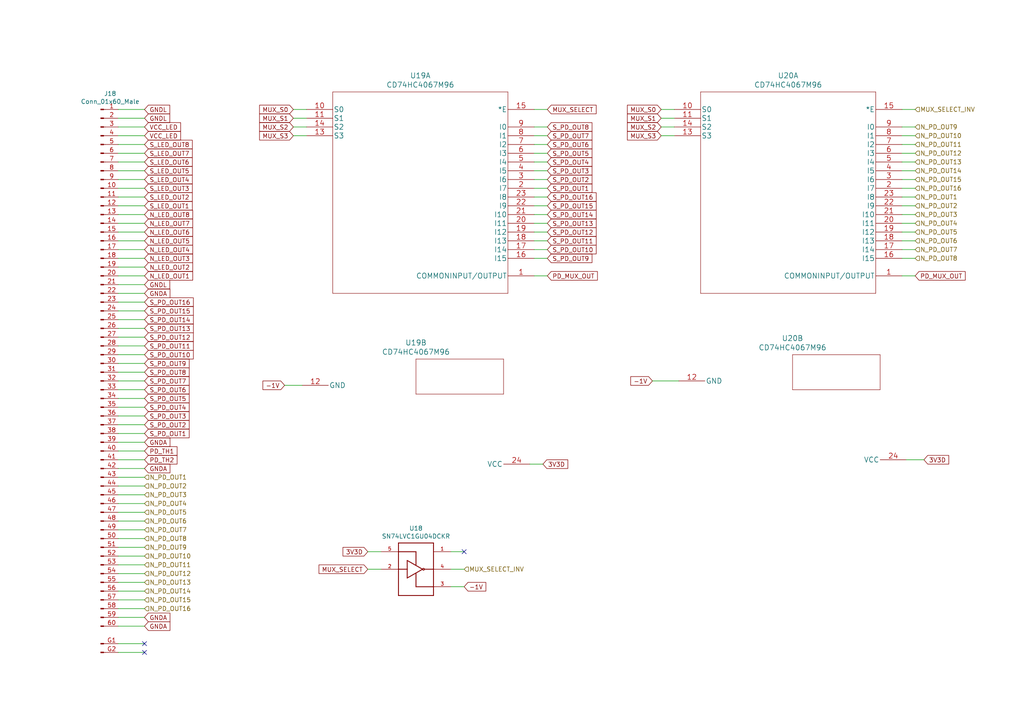
<source format=kicad_sch>
(kicad_sch (version 20211123) (generator eeschema)
  (paper "A4")
  (lib_symbols
    (symbol "Ninja-qPCR:CD74HC4067M96" (pin_names (offset 0.254))
      (property "Reference" "U" (at 33.02 10.16 0))
      (property "Value" "Ninja-qPCR_CD74HC4067M96" (at 33.02 7.62 0))
      (symbol "CD74HC4067M96_1_1"
        (polyline (pts (xy 7.62 -53.34) (xy 58.42 -53.34)) (stroke (width 0.127)))
        (polyline (pts (xy 7.62 5.08) (xy 7.62 -53.34)) (stroke (width 0.127)))
        (polyline (pts (xy 58.42 -53.34) (xy 58.42 5.08)) (stroke (width 0.127)))
        (polyline (pts (xy 58.42 5.08) (xy 7.62 5.08)) (stroke (width 0.127)))
        (pin bidirectional line (at 0 -48.26 0) (length 7.62) (name "COMMONINPUT/OUTPUT") (number "1"))
        (pin output line (at 66.04 0 180) (length 7.62) (name "S0") (number "10"))
        (pin output line (at 66.04 -2.54 180) (length 7.62) (name "S1") (number "11"))
        (pin output line (at 66.04 -7.62 180) (length 7.62) (name "S3") (number "13"))
        (pin output line (at 66.04 -5.08 180) (length 7.62) (name "S2") (number "14"))
        (pin input line (at 0 0 0) (length 7.62) (name "*E") (number "15"))
        (pin input line (at 0 -43.18 0) (length 7.62) (name "I15") (number "16"))
        (pin input line (at 0 -40.64 0) (length 7.62) (name "I14") (number "17"))
        (pin input line (at 0 -38.1 0) (length 7.62) (name "I13") (number "18"))
        (pin input line (at 0 -35.56 0) (length 7.62) (name "I12") (number "19"))
        (pin input line (at 0 -22.86 0) (length 7.62) (name "I7") (number "2"))
        (pin input line (at 0 -33.02 0) (length 7.62) (name "I11") (number "20"))
        (pin input line (at 0 -30.48 0) (length 7.62) (name "I10") (number "21"))
        (pin input line (at 0 -27.94 0) (length 7.62) (name "I9") (number "22"))
        (pin input line (at 0 -25.4 0) (length 7.62) (name "I8") (number "23"))
        (pin input line (at 0 -20.32 0) (length 7.62) (name "I6") (number "3"))
        (pin input line (at 0 -17.78 0) (length 7.62) (name "I5") (number "4"))
        (pin input line (at 0 -15.24 0) (length 7.62) (name "I4") (number "5"))
        (pin input line (at 0 -12.7 0) (length 7.62) (name "I3") (number "6"))
        (pin input line (at 0 -10.16 0) (length 7.62) (name "I2") (number "7"))
        (pin input line (at 0 -7.62 0) (length 7.62) (name "I1") (number "8"))
        (pin input line (at 0 -5.08 0) (length 7.62) (name "I0") (number "9"))
      )
      (symbol "CD74HC4067M96_2_1"
        (polyline (pts (xy 7.62 -5.08) (xy 33.02 -5.08)) (stroke (width 0.127)))
        (polyline (pts (xy 7.62 5.08) (xy 7.62 -5.08)) (stroke (width 0.127)))
        (polyline (pts (xy 33.02 -5.08) (xy 33.02 5.08)) (stroke (width 0.127)))
        (polyline (pts (xy 33.02 5.08) (xy 7.62 5.08)) (stroke (width 0.127)))
        (pin power_in line (at 66.04 -2.54 180) (length 7.62) (name "GND") (number "12"))
        (pin power_in line (at 0 -25.4 0) (length 7.62) (name "VCC") (number "24"))
      )
    )
    (symbol "Ninja-qPCR:Conn_01x60_Male" (pin_names (offset 1.016) hide)
      (property "Reference" "J" (at 0 50.8 0))
      (property "Value" "Ninja-qPCR_Conn_01x60_Male" (at 1.27 -113.03 0))
      (symbol "Conn_01x60_Male_1_1"
        (polyline (pts (xy 1.27 -109.22) (xy 0.8636 -109.22)) (stroke (width 0.1524)))
        (polyline (pts (xy 1.27 -106.68) (xy 0.8636 -106.68)) (stroke (width 0.1524)))
        (polyline (pts (xy 1.27 -101.6) (xy 0.8636 -101.6)) (stroke (width 0.1524)))
        (polyline (pts (xy 1.27 -99.06) (xy 0.8636 -99.06)) (stroke (width 0.1524)))
        (polyline (pts (xy 1.27 -96.52) (xy 0.8636 -96.52)) (stroke (width 0.1524)))
        (polyline (pts (xy 1.27 -93.98) (xy 0.8636 -93.98)) (stroke (width 0.1524)))
        (polyline (pts (xy 1.27 -91.44) (xy 0.8636 -91.44)) (stroke (width 0.1524)))
        (polyline (pts (xy 1.27 -88.9) (xy 0.8636 -88.9)) (stroke (width 0.1524)))
        (polyline (pts (xy 1.27 -86.36) (xy 0.8636 -86.36)) (stroke (width 0.1524)))
        (polyline (pts (xy 1.27 -83.82) (xy 0.8636 -83.82)) (stroke (width 0.1524)))
        (polyline (pts (xy 1.27 -81.28) (xy 0.8636 -81.28)) (stroke (width 0.1524)))
        (polyline (pts (xy 1.27 -78.74) (xy 0.8636 -78.74)) (stroke (width 0.1524)))
        (polyline (pts (xy 1.27 -76.2) (xy 0.8636 -76.2)) (stroke (width 0.1524)))
        (polyline (pts (xy 1.27 -73.66) (xy 0.8636 -73.66)) (stroke (width 0.1524)))
        (polyline (pts (xy 1.27 -71.12) (xy 0.8636 -71.12)) (stroke (width 0.1524)))
        (polyline (pts (xy 1.27 -68.58) (xy 0.8636 -68.58)) (stroke (width 0.1524)))
        (polyline (pts (xy 1.27 -66.04) (xy 0.8636 -66.04)) (stroke (width 0.1524)))
        (polyline (pts (xy 1.27 -63.5) (xy 0.8636 -63.5)) (stroke (width 0.1524)))
        (polyline (pts (xy 1.27 -60.96) (xy 0.8636 -60.96)) (stroke (width 0.1524)))
        (polyline (pts (xy 1.27 -58.42) (xy 0.8636 -58.42)) (stroke (width 0.1524)))
        (polyline (pts (xy 1.27 -55.88) (xy 0.8636 -55.88)) (stroke (width 0.1524)))
        (polyline (pts (xy 1.27 -53.34) (xy 0.8636 -53.34)) (stroke (width 0.1524)))
        (polyline (pts (xy 1.27 -50.8) (xy 0.8636 -50.8)) (stroke (width 0.1524)))
        (polyline (pts (xy 1.27 -48.26) (xy 0.8636 -48.26)) (stroke (width 0.1524)))
        (polyline (pts (xy 1.27 -45.72) (xy 0.8636 -45.72)) (stroke (width 0.1524)))
        (polyline (pts (xy 1.27 -43.18) (xy 0.8636 -43.18)) (stroke (width 0.1524)))
        (polyline (pts (xy 1.27 -40.64) (xy 0.8636 -40.64)) (stroke (width 0.1524)))
        (polyline (pts (xy 1.27 -38.1) (xy 0.8636 -38.1)) (stroke (width 0.1524)))
        (polyline (pts (xy 1.27 -35.56) (xy 0.8636 -35.56)) (stroke (width 0.1524)))
        (polyline (pts (xy 1.27 -33.02) (xy 0.8636 -33.02)) (stroke (width 0.1524)))
        (polyline (pts (xy 1.27 -30.48) (xy 0.8636 -30.48)) (stroke (width 0.1524)))
        (polyline (pts (xy 1.27 -27.94) (xy 0.8636 -27.94)) (stroke (width 0.1524)))
        (polyline (pts (xy 1.27 -25.4) (xy 0.8636 -25.4)) (stroke (width 0.1524)))
        (polyline (pts (xy 1.27 -22.86) (xy 0.8636 -22.86)) (stroke (width 0.1524)))
        (polyline (pts (xy 1.27 -20.32) (xy 0.8636 -20.32)) (stroke (width 0.1524)))
        (polyline (pts (xy 1.27 -17.78) (xy 0.8636 -17.78)) (stroke (width 0.1524)))
        (polyline (pts (xy 1.27 -15.24) (xy 0.8636 -15.24)) (stroke (width 0.1524)))
        (polyline (pts (xy 1.27 -12.7) (xy 0.8636 -12.7)) (stroke (width 0.1524)))
        (polyline (pts (xy 1.27 -10.16) (xy 0.8636 -10.16)) (stroke (width 0.1524)))
        (polyline (pts (xy 1.27 -7.62) (xy 0.8636 -7.62)) (stroke (width 0.1524)))
        (polyline (pts (xy 1.27 -5.08) (xy 0.8636 -5.08)) (stroke (width 0.1524)))
        (polyline (pts (xy 1.27 -2.54) (xy 0.8636 -2.54)) (stroke (width 0.1524)))
        (polyline (pts (xy 1.27 0) (xy 0.8636 0)) (stroke (width 0.1524)))
        (polyline (pts (xy 1.27 2.54) (xy 0.8636 2.54)) (stroke (width 0.1524)))
        (polyline (pts (xy 1.27 5.08) (xy 0.8636 5.08)) (stroke (width 0.1524)))
        (polyline (pts (xy 1.27 7.62) (xy 0.8636 7.62)) (stroke (width 0.1524)))
        (polyline (pts (xy 1.27 10.16) (xy 0.8636 10.16)) (stroke (width 0.1524)))
        (polyline (pts (xy 1.27 12.7) (xy 0.8636 12.7)) (stroke (width 0.1524)))
        (polyline (pts (xy 1.27 15.24) (xy 0.8636 15.24)) (stroke (width 0.1524)))
        (polyline (pts (xy 1.27 17.78) (xy 0.8636 17.78)) (stroke (width 0.1524)))
        (polyline (pts (xy 1.27 20.32) (xy 0.8636 20.32)) (stroke (width 0.1524)))
        (polyline (pts (xy 1.27 22.86) (xy 0.8636 22.86)) (stroke (width 0.1524)))
        (polyline (pts (xy 1.27 25.4) (xy 0.8636 25.4)) (stroke (width 0.1524)))
        (polyline (pts (xy 1.27 27.94) (xy 0.8636 27.94)) (stroke (width 0.1524)))
        (polyline (pts (xy 1.27 30.48) (xy 0.8636 30.48)) (stroke (width 0.1524)))
        (polyline (pts (xy 1.27 33.02) (xy 0.8636 33.02)) (stroke (width 0.1524)))
        (polyline (pts (xy 1.27 35.56) (xy 0.8636 35.56)) (stroke (width 0.1524)))
        (polyline (pts (xy 1.27 38.1) (xy 0.8636 38.1)) (stroke (width 0.1524)))
        (polyline (pts (xy 1.27 40.64) (xy 0.8636 40.64)) (stroke (width 0.1524)))
        (polyline (pts (xy 1.27 43.18) (xy 0.8636 43.18)) (stroke (width 0.1524)))
        (polyline (pts (xy 1.27 45.72) (xy 0.8636 45.72)) (stroke (width 0.1524)))
        (polyline (pts (xy 1.27 48.26) (xy 0.8636 48.26)) (stroke (width 0.1524)))
        (rectangle (start 0.8636 -109.093) (end 0 -109.347) (stroke (width 0.1524)) (fill (type outline)))
        (rectangle (start 0.8636 -106.553) (end 0 -106.807) (stroke (width 0.1524)) (fill (type outline)))
        (rectangle (start 0.8636 -101.473) (end 0 -101.727) (stroke (width 0.1524)) (fill (type outline)))
        (rectangle (start 0.8636 -98.933) (end 0 -99.187) (stroke (width 0.1524)) (fill (type outline)))
        (rectangle (start 0.8636 -96.393) (end 0 -96.647) (stroke (width 0.1524)) (fill (type outline)))
        (rectangle (start 0.8636 -93.853) (end 0 -94.107) (stroke (width 0.1524)) (fill (type outline)))
        (rectangle (start 0.8636 -91.313) (end 0 -91.567) (stroke (width 0.1524)) (fill (type outline)))
        (rectangle (start 0.8636 -88.773) (end 0 -89.027) (stroke (width 0.1524)) (fill (type outline)))
        (rectangle (start 0.8636 -86.233) (end 0 -86.487) (stroke (width 0.1524)) (fill (type outline)))
        (rectangle (start 0.8636 -83.693) (end 0 -83.947) (stroke (width 0.1524)) (fill (type outline)))
        (rectangle (start 0.8636 -81.153) (end 0 -81.407) (stroke (width 0.1524)) (fill (type outline)))
        (rectangle (start 0.8636 -78.613) (end 0 -78.867) (stroke (width 0.1524)) (fill (type outline)))
        (rectangle (start 0.8636 -76.073) (end 0 -76.327) (stroke (width 0.1524)) (fill (type outline)))
        (rectangle (start 0.8636 -73.533) (end 0 -73.787) (stroke (width 0.1524)) (fill (type outline)))
        (rectangle (start 0.8636 -70.993) (end 0 -71.247) (stroke (width 0.1524)) (fill (type outline)))
        (rectangle (start 0.8636 -68.453) (end 0 -68.707) (stroke (width 0.1524)) (fill (type outline)))
        (rectangle (start 0.8636 -65.913) (end 0 -66.167) (stroke (width 0.1524)) (fill (type outline)))
        (rectangle (start 0.8636 -63.373) (end 0 -63.627) (stroke (width 0.1524)) (fill (type outline)))
        (rectangle (start 0.8636 -60.833) (end 0 -61.087) (stroke (width 0.1524)) (fill (type outline)))
        (rectangle (start 0.8636 -58.293) (end 0 -58.547) (stroke (width 0.1524)) (fill (type outline)))
        (rectangle (start 0.8636 -55.753) (end 0 -56.007) (stroke (width 0.1524)) (fill (type outline)))
        (rectangle (start 0.8636 -53.213) (end 0 -53.467) (stroke (width 0.1524)) (fill (type outline)))
        (rectangle (start 0.8636 -50.673) (end 0 -50.927) (stroke (width 0.1524)) (fill (type outline)))
        (rectangle (start 0.8636 -48.133) (end 0 -48.387) (stroke (width 0.1524)) (fill (type outline)))
        (rectangle (start 0.8636 -45.593) (end 0 -45.847) (stroke (width 0.1524)) (fill (type outline)))
        (rectangle (start 0.8636 -43.053) (end 0 -43.307) (stroke (width 0.1524)) (fill (type outline)))
        (rectangle (start 0.8636 -40.513) (end 0 -40.767) (stroke (width 0.1524)) (fill (type outline)))
        (rectangle (start 0.8636 -37.973) (end 0 -38.227) (stroke (width 0.1524)) (fill (type outline)))
        (rectangle (start 0.8636 -35.433) (end 0 -35.687) (stroke (width 0.1524)) (fill (type outline)))
        (rectangle (start 0.8636 -32.893) (end 0 -33.147) (stroke (width 0.1524)) (fill (type outline)))
        (rectangle (start 0.8636 -30.353) (end 0 -30.607) (stroke (width 0.1524)) (fill (type outline)))
        (rectangle (start 0.8636 -27.813) (end 0 -28.067) (stroke (width 0.1524)) (fill (type outline)))
        (rectangle (start 0.8636 -25.273) (end 0 -25.527) (stroke (width 0.1524)) (fill (type outline)))
        (rectangle (start 0.8636 -22.733) (end 0 -22.987) (stroke (width 0.1524)) (fill (type outline)))
        (rectangle (start 0.8636 -20.193) (end 0 -20.447) (stroke (width 0.1524)) (fill (type outline)))
        (rectangle (start 0.8636 -17.653) (end 0 -17.907) (stroke (width 0.1524)) (fill (type outline)))
        (rectangle (start 0.8636 -15.113) (end 0 -15.367) (stroke (width 0.1524)) (fill (type outline)))
        (rectangle (start 0.8636 -12.573) (end 0 -12.827) (stroke (width 0.1524)) (fill (type outline)))
        (rectangle (start 0.8636 -10.033) (end 0 -10.287) (stroke (width 0.1524)) (fill (type outline)))
        (rectangle (start 0.8636 -7.493) (end 0 -7.747) (stroke (width 0.1524)) (fill (type outline)))
        (rectangle (start 0.8636 -4.953) (end 0 -5.207) (stroke (width 0.1524)) (fill (type outline)))
        (rectangle (start 0.8636 -2.413) (end 0 -2.667) (stroke (width 0.1524)) (fill (type outline)))
        (rectangle (start 0.8636 0.127) (end 0 -0.127) (stroke (width 0.1524)) (fill (type outline)))
        (rectangle (start 0.8636 2.667) (end 0 2.413) (stroke (width 0.1524)) (fill (type outline)))
        (rectangle (start 0.8636 5.207) (end 0 4.953) (stroke (width 0.1524)) (fill (type outline)))
        (rectangle (start 0.8636 7.747) (end 0 7.493) (stroke (width 0.1524)) (fill (type outline)))
        (rectangle (start 0.8636 10.287) (end 0 10.033) (stroke (width 0.1524)) (fill (type outline)))
        (rectangle (start 0.8636 12.827) (end 0 12.573) (stroke (width 0.1524)) (fill (type outline)))
        (rectangle (start 0.8636 15.367) (end 0 15.113) (stroke (width 0.1524)) (fill (type outline)))
        (rectangle (start 0.8636 17.907) (end 0 17.653) (stroke (width 0.1524)) (fill (type outline)))
        (rectangle (start 0.8636 20.447) (end 0 20.193) (stroke (width 0.1524)) (fill (type outline)))
        (rectangle (start 0.8636 22.987) (end 0 22.733) (stroke (width 0.1524)) (fill (type outline)))
        (rectangle (start 0.8636 25.527) (end 0 25.273) (stroke (width 0.1524)) (fill (type outline)))
        (rectangle (start 0.8636 28.067) (end 0 27.813) (stroke (width 0.1524)) (fill (type outline)))
        (rectangle (start 0.8636 30.607) (end 0 30.353) (stroke (width 0.1524)) (fill (type outline)))
        (rectangle (start 0.8636 33.147) (end 0 32.893) (stroke (width 0.1524)) (fill (type outline)))
        (rectangle (start 0.8636 35.687) (end 0 35.433) (stroke (width 0.1524)) (fill (type outline)))
        (rectangle (start 0.8636 38.227) (end 0 37.973) (stroke (width 0.1524)) (fill (type outline)))
        (rectangle (start 0.8636 40.767) (end 0 40.513) (stroke (width 0.1524)) (fill (type outline)))
        (rectangle (start 0.8636 43.307) (end 0 43.053) (stroke (width 0.1524)) (fill (type outline)))
        (rectangle (start 0.8636 45.847) (end 0 45.593) (stroke (width 0.1524)) (fill (type outline)))
        (rectangle (start 0.8636 48.387) (end 0 48.133) (stroke (width 0.1524)) (fill (type outline)))
        (pin passive line (at 5.08 48.26 180) (length 3.81) (name "Pin_1") (number "1"))
        (pin passive line (at 5.08 25.4 180) (length 3.81) (name "Pin_10") (number "10"))
        (pin passive line (at 5.08 22.86 180) (length 3.81) (name "Pin_11") (number "11"))
        (pin passive line (at 5.08 20.32 180) (length 3.81) (name "Pin_12") (number "12"))
        (pin passive line (at 5.08 17.78 180) (length 3.81) (name "Pin_13") (number "13"))
        (pin passive line (at 5.08 15.24 180) (length 3.81) (name "Pin_14") (number "14"))
        (pin passive line (at 5.08 12.7 180) (length 3.81) (name "Pin_15") (number "15"))
        (pin passive line (at 5.08 10.16 180) (length 3.81) (name "Pin_16") (number "16"))
        (pin passive line (at 5.08 7.62 180) (length 3.81) (name "Pin_17") (number "17"))
        (pin passive line (at 5.08 5.08 180) (length 3.81) (name "Pin_18") (number "18"))
        (pin passive line (at 5.08 2.54 180) (length 3.81) (name "Pin_19") (number "19"))
        (pin passive line (at 5.08 45.72 180) (length 3.81) (name "Pin_2") (number "2"))
        (pin passive line (at 5.08 0 180) (length 3.81) (name "Pin_20") (number "20"))
        (pin passive line (at 5.08 -2.54 180) (length 3.81) (name "Pin_21") (number "21"))
        (pin passive line (at 5.08 -5.08 180) (length 3.81) (name "Pin_22") (number "22"))
        (pin passive line (at 5.08 -7.62 180) (length 3.81) (name "Pin_23") (number "23"))
        (pin passive line (at 5.08 -10.16 180) (length 3.81) (name "Pin_24") (number "24"))
        (pin passive line (at 5.08 -12.7 180) (length 3.81) (name "Pin_25") (number "25"))
        (pin passive line (at 5.08 -15.24 180) (length 3.81) (name "Pin_26") (number "26"))
        (pin passive line (at 5.08 -17.78 180) (length 3.81) (name "Pin_27") (number "27"))
        (pin passive line (at 5.08 -20.32 180) (length 3.81) (name "Pin_28") (number "28"))
        (pin passive line (at 5.08 -22.86 180) (length 3.81) (name "Pin_29") (number "29"))
        (pin passive line (at 5.08 43.18 180) (length 3.81) (name "Pin_3") (number "3"))
        (pin passive line (at 5.08 -25.4 180) (length 3.81) (name "Pin_30") (number "30"))
        (pin passive line (at 5.08 -27.94 180) (length 3.81) (name "Pin_31") (number "31"))
        (pin passive line (at 5.08 -30.48 180) (length 3.81) (name "Pin_32") (number "32"))
        (pin passive line (at 5.08 -33.02 180) (length 3.81) (name "Pin_33") (number "33"))
        (pin passive line (at 5.08 -35.56 180) (length 3.81) (name "Pin_34") (number "34"))
        (pin passive line (at 5.08 -38.1 180) (length 3.81) (name "Pin_35") (number "35"))
        (pin passive line (at 5.08 -40.64 180) (length 3.81) (name "Pin_36") (number "36"))
        (pin passive line (at 5.08 -43.18 180) (length 3.81) (name "Pin_37") (number "37"))
        (pin passive line (at 5.08 -45.72 180) (length 3.81) (name "Pin_38") (number "38"))
        (pin passive line (at 5.08 -48.26 180) (length 3.81) (name "Pin_39") (number "39"))
        (pin passive line (at 5.08 40.64 180) (length 3.81) (name "Pin_4") (number "4"))
        (pin passive line (at 5.08 -50.8 180) (length 3.81) (name "Pin_40") (number "40"))
        (pin passive line (at 5.08 -53.34 180) (length 3.81) (name "Pin_41") (number "41"))
        (pin passive line (at 5.08 -55.88 180) (length 3.81) (name "Pin_42") (number "42"))
        (pin passive line (at 5.08 -58.42 180) (length 3.81) (name "Pin_43") (number "43"))
        (pin passive line (at 5.08 -60.96 180) (length 3.81) (name "Pin_44") (number "44"))
        (pin passive line (at 5.08 -63.5 180) (length 3.81) (name "Pin_45") (number "45"))
        (pin passive line (at 5.08 -66.04 180) (length 3.81) (name "Pin_46") (number "46"))
        (pin passive line (at 5.08 -68.58 180) (length 3.81) (name "Pin_47") (number "47"))
        (pin passive line (at 5.08 -71.12 180) (length 3.81) (name "Pin_48") (number "48"))
        (pin passive line (at 5.08 -73.66 180) (length 3.81) (name "Pin_49") (number "49"))
        (pin passive line (at 5.08 38.1 180) (length 3.81) (name "Pin_5") (number "5"))
        (pin passive line (at 5.08 -76.2 180) (length 3.81) (name "Pin_50") (number "50"))
        (pin passive line (at 5.08 -78.74 180) (length 3.81) (name "Pin_51") (number "51"))
        (pin passive line (at 5.08 -81.28 180) (length 3.81) (name "Pin_52") (number "52"))
        (pin passive line (at 5.08 -83.82 180) (length 3.81) (name "Pin_53") (number "53"))
        (pin passive line (at 5.08 -86.36 180) (length 3.81) (name "Pin_54") (number "54"))
        (pin passive line (at 5.08 -88.9 180) (length 3.81) (name "Pin_55") (number "55"))
        (pin passive line (at 5.08 -91.44 180) (length 3.81) (name "Pin_56") (number "56"))
        (pin passive line (at 5.08 -93.98 180) (length 3.81) (name "Pin_57") (number "57"))
        (pin passive line (at 5.08 -96.52 180) (length 3.81) (name "Pin_58") (number "58"))
        (pin passive line (at 5.08 -99.06 180) (length 3.81) (name "Pin_59") (number "59"))
        (pin passive line (at 5.08 35.56 180) (length 3.81) (name "Pin_6") (number "6"))
        (pin passive line (at 5.08 -101.6 180) (length 3.81) (name "Pin_60") (number "60"))
        (pin passive line (at 5.08 33.02 180) (length 3.81) (name "Pin_7") (number "7"))
        (pin passive line (at 5.08 30.48 180) (length 3.81) (name "Pin_8") (number "8"))
        (pin passive line (at 5.08 27.94 180) (length 3.81) (name "Pin_9") (number "9"))
        (pin passive line (at 5.08 -106.68 180) (length 3.81) (name "Pin_G1") (number "G1"))
        (pin passive line (at 5.08 -109.22 180) (length 3.81) (name "Pin_G2") (number "G2"))
      )
    )
    (symbol "Ninja-qPCR:SN74LVC1G04DBVR" (pin_names (offset 1.016) hide)
      (property "Reference" "U" (at -5.08 8.6106 0))
      (property "Value" "Ninja-qPCR_SN74LVC1G04DBVR" (at -5.08 -10.16 0))
      (symbol "SN74LVC1G04DBVR_0_0"
        (polyline (pts (xy -5.08 -7.62) (xy 5.08 -7.62)) (stroke (width 0.254)))
        (polyline (pts (xy -5.08 0) (xy -2.54 0)) (stroke (width 0.254)))
        (polyline (pts (xy -5.08 5.08) (xy 0 5.08)) (stroke (width 0.254)))
        (polyline (pts (xy -5.08 7.62) (xy -5.08 -7.62)) (stroke (width 0.254)))
        (polyline (pts (xy -2.54 -2.54) (xy -2.54 0)) (stroke (width 0.254)))
        (polyline (pts (xy -2.54 0) (xy -2.54 2.54)) (stroke (width 0.254)))
        (polyline (pts (xy -2.54 2.54) (xy 1.905 0)) (stroke (width 0.254)))
        (polyline (pts (xy 0 -5.08) (xy 5.08 -5.08)) (stroke (width 0.254)))
        (polyline (pts (xy 0 -1.143) (xy 0 -5.08)) (stroke (width 0.254)))
        (polyline (pts (xy 0 5.08) (xy 0 1.143)) (stroke (width 0.254)))
        (polyline (pts (xy 1.905 0) (xy -2.54 -2.54)) (stroke (width 0.254)))
        (polyline (pts (xy 2.54 0) (xy 5.08 0)) (stroke (width 0.254)))
        (polyline (pts (xy 5.08 -7.62) (xy 5.08 7.62)) (stroke (width 0.254)))
        (polyline (pts (xy 5.08 7.62) (xy -5.08 7.62)) (stroke (width 0.254)))
        (circle (center 2.1844 0) (radius 0.254) (stroke (width 0.254)))
        (pin passive line (at 10.16 5.08 180) (length 5.08) (name "~") (number "1"))
        (pin input line (at -10.16 0 0) (length 5.08) (name "~") (number "2"))
        (pin power_in line (at 10.16 -5.08 180) (length 5.08) (name "~") (number "3"))
        (pin output line (at 10.16 0 180) (length 5.08) (name "~") (number "4"))
        (pin power_in line (at -10.16 5.08 0) (length 5.08) (name "~") (number "5"))
      )
    )
  )
  (no_connect (at 134.62 160.02))
  (no_connect (at 41.91 189.23))
  (no_connect (at 41.91 186.69))
  (wire (pts (xy 88.9 31.75) (xy 85.09 31.75)))
  (wire (pts (xy 41.91 80.01) (xy 34.29 80.01)))
  (wire (pts (xy 265.43 67.31) (xy 261.62 67.31)))
  (wire (pts (xy 265.43 44.45) (xy 261.62 44.45)))
  (wire (pts (xy 41.91 148.59) (xy 34.29 148.59)))
  (wire (pts (xy 41.91 135.89) (xy 34.29 135.89)))
  (wire (pts (xy 41.91 179.07) (xy 34.29 179.07)))
  (wire (pts (xy 41.91 92.71) (xy 34.29 92.71)))
  (wire (pts (xy 41.91 39.37) (xy 34.29 39.37)))
  (wire (pts (xy 267.97 133.35) (xy 262.89 133.35)))
  (wire (pts (xy 82.55 111.76) (xy 87.63 111.76)))
  (wire (pts (xy 41.91 64.77) (xy 34.29 64.77)))
  (wire (pts (xy 41.91 171.45) (xy 34.29 171.45)))
  (wire (pts (xy 41.91 85.09) (xy 34.29 85.09)))
  (wire (pts (xy 41.91 36.83) (xy 34.29 36.83)))
  (wire (pts (xy 134.62 160.02) (xy 130.81 160.02)))
  (wire (pts (xy 265.43 31.75) (xy 261.62 31.75)))
  (wire (pts (xy 189.23 110.49) (xy 196.85 110.49)))
  (wire (pts (xy 41.91 31.75) (xy 34.29 31.75)))
  (wire (pts (xy 265.43 54.61) (xy 261.62 54.61)))
  (wire (pts (xy 41.91 140.97) (xy 34.29 140.97)))
  (wire (pts (xy 41.91 82.55) (xy 34.29 82.55)))
  (wire (pts (xy 158.75 80.01) (xy 154.94 80.01)))
  (wire (pts (xy 41.91 181.61) (xy 34.29 181.61)))
  (wire (pts (xy 41.91 151.13) (xy 34.29 151.13)))
  (wire (pts (xy 158.75 67.31) (xy 154.94 67.31)))
  (wire (pts (xy 265.43 64.77) (xy 261.62 64.77)))
  (wire (pts (xy 41.91 46.99) (xy 34.29 46.99)))
  (wire (pts (xy 158.75 41.91) (xy 154.94 41.91)))
  (wire (pts (xy 191.77 34.29) (xy 195.58 34.29)))
  (wire (pts (xy 265.43 41.91) (xy 261.62 41.91)))
  (wire (pts (xy 41.91 138.43) (xy 34.29 138.43)))
  (wire (pts (xy 41.91 113.03) (xy 34.29 113.03)))
  (wire (pts (xy 265.43 57.15) (xy 261.62 57.15)))
  (wire (pts (xy 41.91 118.11) (xy 34.29 118.11)))
  (wire (pts (xy 195.58 36.83) (xy 191.77 36.83)))
  (wire (pts (xy 41.91 72.39) (xy 34.29 72.39)))
  (wire (pts (xy 158.75 31.75) (xy 154.94 31.75)))
  (wire (pts (xy 88.9 39.37) (xy 85.09 39.37)))
  (wire (pts (xy 41.91 44.45) (xy 34.29 44.45)))
  (wire (pts (xy 158.75 54.61) (xy 154.94 54.61)))
  (wire (pts (xy 41.91 100.33) (xy 34.29 100.33)))
  (wire (pts (xy 191.77 39.37) (xy 195.58 39.37)))
  (wire (pts (xy 41.91 146.05) (xy 34.29 146.05)))
  (wire (pts (xy 41.91 57.15) (xy 34.29 57.15)))
  (wire (pts (xy 265.43 49.53) (xy 261.62 49.53)))
  (wire (pts (xy 158.75 69.85) (xy 154.94 69.85)))
  (wire (pts (xy 41.91 59.69) (xy 34.29 59.69)))
  (wire (pts (xy 41.91 161.29) (xy 34.29 161.29)))
  (wire (pts (xy 41.91 74.93) (xy 34.29 74.93)))
  (wire (pts (xy 265.43 69.85) (xy 261.62 69.85)))
  (wire (pts (xy 41.91 102.87) (xy 34.29 102.87)))
  (wire (pts (xy 41.91 97.79) (xy 34.29 97.79)))
  (wire (pts (xy 41.91 163.83) (xy 34.29 163.83)))
  (wire (pts (xy 41.91 90.17) (xy 34.29 90.17)))
  (wire (pts (xy 158.75 74.93) (xy 154.94 74.93)))
  (wire (pts (xy 41.91 168.91) (xy 34.29 168.91)))
  (wire (pts (xy 41.91 176.53) (xy 34.29 176.53)))
  (wire (pts (xy 41.91 49.53) (xy 34.29 49.53)))
  (wire (pts (xy 88.9 36.83) (xy 85.09 36.83)))
  (wire (pts (xy 158.75 49.53) (xy 154.94 49.53)))
  (wire (pts (xy 41.91 186.69) (xy 34.29 186.69)))
  (wire (pts (xy 158.75 57.15) (xy 154.94 57.15)))
  (wire (pts (xy 106.68 165.1) (xy 110.49 165.1)))
  (wire (pts (xy 158.75 36.83) (xy 154.94 36.83)))
  (wire (pts (xy 41.91 54.61) (xy 34.29 54.61)))
  (wire (pts (xy 158.75 59.69) (xy 154.94 59.69)))
  (wire (pts (xy 110.49 160.02) (xy 106.68 160.02)))
  (wire (pts (xy 158.75 62.23) (xy 154.94 62.23)))
  (wire (pts (xy 41.91 105.41) (xy 34.29 105.41)))
  (wire (pts (xy 41.91 77.47) (xy 34.29 77.47)))
  (wire (pts (xy 41.91 173.99) (xy 34.29 173.99)))
  (wire (pts (xy 158.75 64.77) (xy 154.94 64.77)))
  (wire (pts (xy 41.91 156.21) (xy 34.29 156.21)))
  (wire (pts (xy 134.62 170.18) (xy 130.81 170.18)))
  (wire (pts (xy 41.91 110.49) (xy 34.29 110.49)))
  (wire (pts (xy 41.91 125.73) (xy 34.29 125.73)))
  (wire (pts (xy 41.91 95.25) (xy 34.29 95.25)))
  (wire (pts (xy 265.43 36.83) (xy 261.62 36.83)))
  (wire (pts (xy 88.9 34.29) (xy 85.09 34.29)))
  (wire (pts (xy 265.43 72.39) (xy 261.62 72.39)))
  (wire (pts (xy 41.91 52.07) (xy 34.29 52.07)))
  (wire (pts (xy 265.43 62.23) (xy 261.62 62.23)))
  (wire (pts (xy 41.91 166.37) (xy 34.29 166.37)))
  (wire (pts (xy 158.75 46.99) (xy 154.94 46.99)))
  (wire (pts (xy 265.43 52.07) (xy 261.62 52.07)))
  (wire (pts (xy 41.91 123.19) (xy 34.29 123.19)))
  (wire (pts (xy 265.43 74.93) (xy 261.62 74.93)))
  (wire (pts (xy 134.62 165.1) (xy 130.81 165.1)))
  (wire (pts (xy 41.91 133.35) (xy 34.29 133.35)))
  (wire (pts (xy 265.43 59.69) (xy 261.62 59.69)))
  (wire (pts (xy 41.91 67.31) (xy 34.29 67.31)))
  (wire (pts (xy 158.75 39.37) (xy 154.94 39.37)))
  (wire (pts (xy 158.75 52.07) (xy 154.94 52.07)))
  (wire (pts (xy 195.58 31.75) (xy 191.77 31.75)))
  (wire (pts (xy 41.91 69.85) (xy 34.29 69.85)))
  (wire (pts (xy 265.43 80.01) (xy 261.62 80.01)))
  (wire (pts (xy 41.91 153.67) (xy 34.29 153.67)))
  (wire (pts (xy 158.75 44.45) (xy 154.94 44.45)))
  (wire (pts (xy 41.91 41.91) (xy 34.29 41.91)))
  (wire (pts (xy 265.43 39.37) (xy 261.62 39.37)))
  (wire (pts (xy 158.75 72.39) (xy 154.94 72.39)))
  (wire (pts (xy 41.91 34.29) (xy 34.29 34.29)))
  (wire (pts (xy 41.91 158.75) (xy 34.29 158.75)))
  (wire (pts (xy 41.91 120.65) (xy 34.29 120.65)))
  (wire (pts (xy 41.91 128.27) (xy 34.29 128.27)))
  (wire (pts (xy 41.91 189.23) (xy 34.29 189.23)))
  (wire (pts (xy 265.43 46.99) (xy 261.62 46.99)))
  (wire (pts (xy 41.91 107.95) (xy 34.29 107.95)))
  (wire (pts (xy 41.91 130.81) (xy 34.29 130.81)))
  (wire (pts (xy 157.48 134.62) (xy 153.67 134.62)))
  (wire (pts (xy 41.91 115.57) (xy 34.29 115.57)))
  (wire (pts (xy 41.91 87.63) (xy 34.29 87.63)))
  (wire (pts (xy 41.91 62.23) (xy 34.29 62.23)))
  (wire (pts (xy 41.91 143.51) (xy 34.29 143.51)))
  (global_label "S_PD_OUT10" (shape input) (at 41.91 102.87 0) (property "Intersheet References" "${INTERSHEET_REFS}" (effects hide)))
  (global_label "PD_MUX_OUT" (shape input) (at 265.43 80.01 0) (property "Intersheet References" "${INTERSHEET_REFS}" (effects hide)))
  (global_label "MUX_S0" (shape input) (at 85.09 31.75 180) (property "Intersheet References" "${INTERSHEET_REFS}" (effects hide)))
  (global_label "S_PD_OUT4" (shape input) (at 41.91 118.11 0) (property "Intersheet References" "${INTERSHEET_REFS}" (effects hide)))
  (global_label "S_PD_OUT2" (shape input) (at 158.75 52.07 0) (property "Intersheet References" "${INTERSHEET_REFS}" (effects hide)))
  (global_label "S_LED_OUT6" (shape input) (at 41.91 46.99 0) (property "Intersheet References" "${INTERSHEET_REFS}" (effects hide)))
  (global_label "S_PD_OUT16" (shape input) (at 41.91 87.63 0) (property "Intersheet References" "${INTERSHEET_REFS}" (effects hide)))
  (global_label "MUX_S3" (shape input) (at 85.09 39.37 180) (property "Intersheet References" "${INTERSHEET_REFS}" (effects hide)))
  (global_label "S_PD_OUT14" (shape input) (at 41.91 92.71 0) (property "Intersheet References" "${INTERSHEET_REFS}" (effects hide)))
  (global_label "GNDA" (shape input) (at 41.91 128.27 0) (property "Intersheet References" "${INTERSHEET_REFS}" (effects hide)))
  (global_label "S_PD_OUT5" (shape input) (at 41.91 115.57 0) (property "Intersheet References" "${INTERSHEET_REFS}" (effects hide)))
  (global_label "3V3D" (shape input) (at 157.48 134.62 0) (property "Intersheet References" "${INTERSHEET_REFS}" (effects hide)))
  (global_label "S_PD_OUT7" (shape input) (at 41.91 110.49 0) (property "Intersheet References" "${INTERSHEET_REFS}" (effects hide)))
  (global_label "S_PD_OUT6" (shape input) (at 158.75 41.91 0) (property "Intersheet References" "${INTERSHEET_REFS}" (effects hide)))
  (global_label "S_PD_OUT6" (shape input) (at 41.91 113.03 0) (property "Intersheet References" "${INTERSHEET_REFS}" (effects hide)))
  (global_label "N_LED_OUT8" (shape input) (at 41.91 62.23 0) (property "Intersheet References" "${INTERSHEET_REFS}" (effects hide)))
  (global_label "GNDL" (shape input) (at 41.91 34.29 0) (property "Intersheet References" "${INTERSHEET_REFS}" (effects hide)))
  (global_label "S_LED_OUT4" (shape input) (at 41.91 52.07 0) (property "Intersheet References" "${INTERSHEET_REFS}" (effects hide)))
  (global_label "S_PD_OUT9" (shape input) (at 41.91 105.41 0) (property "Intersheet References" "${INTERSHEET_REFS}" (effects hide)))
  (global_label "S_PD_OUT9" (shape input) (at 158.75 74.93 0) (property "Intersheet References" "${INTERSHEET_REFS}" (effects hide)))
  (global_label "GNDA" (shape input) (at 41.91 135.89 0) (property "Intersheet References" "${INTERSHEET_REFS}" (effects hide)))
  (global_label "S_PD_OUT3" (shape input) (at 158.75 49.53 0) (property "Intersheet References" "${INTERSHEET_REFS}" (effects hide)))
  (global_label "MUX_S2" (shape input) (at 85.09 36.83 180) (property "Intersheet References" "${INTERSHEET_REFS}" (effects hide)))
  (global_label "N_LED_OUT4" (shape input) (at 41.91 72.39 0) (property "Intersheet References" "${INTERSHEET_REFS}" (effects hide)))
  (global_label "S_PD_OUT11" (shape input) (at 41.91 100.33 0) (property "Intersheet References" "${INTERSHEET_REFS}" (effects hide)))
  (global_label "MUX_SELECT" (shape input) (at 158.75 31.75 0) (property "Intersheet References" "${INTERSHEET_REFS}" (effects hide)))
  (global_label "MUX_SELECT" (shape input) (at 106.68 165.1 180) (property "Intersheet References" "${INTERSHEET_REFS}" (effects hide)))
  (global_label "S_PD_OUT1" (shape input) (at 158.75 54.61 0) (property "Intersheet References" "${INTERSHEET_REFS}" (effects hide)))
  (global_label "-1V" (shape input) (at 134.62 170.18 0) (property "Intersheet References" "${INTERSHEET_REFS}" (effects hide)))
  (global_label "VCC_LED" (shape input) (at 41.91 36.83 0) (property "Intersheet References" "${INTERSHEET_REFS}" (effects hide)))
  (global_label "S_LED_OUT7" (shape input) (at 41.91 44.45 0) (property "Intersheet References" "${INTERSHEET_REFS}" (effects hide)))
  (global_label "S_LED_OUT3" (shape input) (at 41.91 54.61 0) (property "Intersheet References" "${INTERSHEET_REFS}" (effects hide)))
  (global_label "S_PD_OUT8" (shape input) (at 41.91 107.95 0) (property "Intersheet References" "${INTERSHEET_REFS}" (effects hide)))
  (global_label "S_LED_OUT1" (shape input) (at 41.91 59.69 0) (property "Intersheet References" "${INTERSHEET_REFS}" (effects hide)))
  (global_label "S_PD_OUT3" (shape input) (at 41.91 120.65 0) (property "Intersheet References" "${INTERSHEET_REFS}" (effects hide)))
  (global_label "S_PD_OUT15" (shape input) (at 158.75 59.69 0) (property "Intersheet References" "${INTERSHEET_REFS}" (effects hide)))
  (global_label "N_LED_OUT7" (shape input) (at 41.91 64.77 0) (property "Intersheet References" "${INTERSHEET_REFS}" (effects hide)))
  (global_label "S_PD_OUT16" (shape input) (at 158.75 57.15 0) (property "Intersheet References" "${INTERSHEET_REFS}" (effects hide)))
  (global_label "3V3D" (shape input) (at 106.68 160.02 180) (property "Intersheet References" "${INTERSHEET_REFS}" (effects hide)))
  (global_label "N_LED_OUT2" (shape input) (at 41.91 77.47 0) (property "Intersheet References" "${INTERSHEET_REFS}" (effects hide)))
  (global_label "S_PD_OUT12" (shape input) (at 158.75 67.31 0) (property "Intersheet References" "${INTERSHEET_REFS}" (effects hide)))
  (global_label "S_PD_OUT8" (shape input) (at 158.75 36.83 0) (property "Intersheet References" "${INTERSHEET_REFS}" (effects hide)))
  (global_label "S_PD_OUT2" (shape input) (at 41.91 123.19 0) (property "Intersheet References" "${INTERSHEET_REFS}" (effects hide)))
  (global_label "S_PD_OUT15" (shape input) (at 41.91 90.17 0) (property "Intersheet References" "${INTERSHEET_REFS}" (effects hide)))
  (global_label "S_PD_OUT13" (shape input) (at 41.91 95.25 0) (property "Intersheet References" "${INTERSHEET_REFS}" (effects hide)))
  (global_label "S_PD_OUT12" (shape input) (at 41.91 97.79 0) (property "Intersheet References" "${INTERSHEET_REFS}" (effects hide)))
  (global_label "N_LED_OUT6" (shape input) (at 41.91 67.31 0) (property "Intersheet References" "${INTERSHEET_REFS}" (effects hide)))
  (global_label "MUX_S2" (shape input) (at 191.77 36.83 180) (property "Intersheet References" "${INTERSHEET_REFS}" (effects hide)))
  (global_label "N_LED_OUT3" (shape input) (at 41.91 74.93 0) (property "Intersheet References" "${INTERSHEET_REFS}" (effects hide)))
  (global_label "3V3D" (shape input) (at 267.97 133.35 0) (property "Intersheet References" "${INTERSHEET_REFS}" (effects hide)))
  (global_label "S_PD_OUT1" (shape input) (at 41.91 125.73 0) (property "Intersheet References" "${INTERSHEET_REFS}" (effects hide)))
  (global_label "MUX_S1" (shape input) (at 191.77 34.29 180) (property "Intersheet References" "${INTERSHEET_REFS}" (effects hide)))
  (global_label "S_LED_OUT2" (shape input) (at 41.91 57.15 0) (property "Intersheet References" "${INTERSHEET_REFS}" (effects hide)))
  (global_label "S_PD_OUT10" (shape input) (at 158.75 72.39 0) (property "Intersheet References" "${INTERSHEET_REFS}" (effects hide)))
  (global_label "-1V" (shape input) (at 189.23 110.49 180) (property "Intersheet References" "${INTERSHEET_REFS}" (effects hide)))
  (global_label "S_PD_OUT5" (shape input) (at 158.75 44.45 0) (property "Intersheet References" "${INTERSHEET_REFS}" (effects hide)))
  (global_label "S_PD_OUT14" (shape input) (at 158.75 62.23 0) (property "Intersheet References" "${INTERSHEET_REFS}" (effects hide)))
  (global_label "PD_TH2" (shape input) (at 41.91 133.35 0) (property "Intersheet References" "${INTERSHEET_REFS}" (effects hide)))
  (global_label "S_PD_OUT4" (shape input) (at 158.75 46.99 0) (property "Intersheet References" "${INTERSHEET_REFS}" (effects hide)))
  (global_label "PD_MUX_OUT" (shape input) (at 158.75 80.01 0) (property "Intersheet References" "${INTERSHEET_REFS}" (effects hide)))
  (global_label "MUX_S0" (shape input) (at 191.77 31.75 180) (property "Intersheet References" "${INTERSHEET_REFS}" (effects hide)))
  (global_label "MUX_S1" (shape input) (at 85.09 34.29 180) (property "Intersheet References" "${INTERSHEET_REFS}" (effects hide)))
  (global_label "GNDA" (shape input) (at 41.91 179.07 0) (property "Intersheet References" "${INTERSHEET_REFS}" (effects hide)))
  (global_label "GNDL" (shape input) (at 41.91 31.75 0) (property "Intersheet References" "${INTERSHEET_REFS}" (effects hide)))
  (global_label "S_PD_OUT11" (shape input) (at 158.75 69.85 0) (property "Intersheet References" "${INTERSHEET_REFS}" (effects hide)))
  (global_label "S_LED_OUT5" (shape input) (at 41.91 49.53 0) (property "Intersheet References" "${INTERSHEET_REFS}" (effects hide)))
  (global_label "GNDL" (shape input) (at 41.91 82.55 0) (property "Intersheet References" "${INTERSHEET_REFS}" (effects hide)))
  (global_label "MUX_S3" (shape input) (at 191.77 39.37 180) (property "Intersheet References" "${INTERSHEET_REFS}" (effects hide)))
  (global_label "GNDA" (shape input) (at 41.91 85.09 0) (property "Intersheet References" "${INTERSHEET_REFS}" (effects hide)))
  (global_label "S_PD_OUT7" (shape input) (at 158.75 39.37 0) (property "Intersheet References" "${INTERSHEET_REFS}" (effects hide)))
  (global_label "N_LED_OUT1" (shape input) (at 41.91 80.01 0) (property "Intersheet References" "${INTERSHEET_REFS}" (effects hide)))
  (global_label "S_PD_OUT13" (shape input) (at 158.75 64.77 0) (property "Intersheet References" "${INTERSHEET_REFS}" (effects hide)))
  (global_label "S_LED_OUT8" (shape input) (at 41.91 41.91 0) (property "Intersheet References" "${INTERSHEET_REFS}" (effects hide)))
  (global_label "VCC_LED" (shape input) (at 41.91 39.37 0) (property "Intersheet References" "${INTERSHEET_REFS}" (effects hide)))
  (global_label "-1V" (shape input) (at 82.55 111.76 180) (property "Intersheet References" "${INTERSHEET_REFS}" (effects hide)))
  (global_label "N_LED_OUT5" (shape input) (at 41.91 69.85 0) (property "Intersheet References" "${INTERSHEET_REFS}" (effects hide)))
  (global_label "GNDA" (shape input) (at 41.91 181.61 0) (property "Intersheet References" "${INTERSHEET_REFS}" (effects hide)))
  (global_label "PD_TH1" (shape input) (at 41.91 130.81 0) (property "Intersheet References" "${INTERSHEET_REFS}" (effects hide)))
  (hierarchical_label "N_PD_OUT14" (shape input) (at 41.91 171.45 0))
  (hierarchical_label "N_PD_OUT7" (shape input) (at 41.91 153.67 0))
  (hierarchical_label "N_PD_OUT13" (shape input) (at 41.91 168.91 0))
  (hierarchical_label "N_PD_OUT12" (shape input) (at 41.91 166.37 0))
  (hierarchical_label "N_PD_OUT13" (shape input) (at 265.43 46.99 0))
  (hierarchical_label "MUX_SELECT_INV" (shape input) (at 134.62 165.1 0))
  (hierarchical_label "N_PD_OUT8" (shape input) (at 41.91 156.21 0))
  (hierarchical_label "N_PD_OUT15" (shape input) (at 265.43 52.07 0))
  (hierarchical_label "N_PD_OUT10" (shape input) (at 265.43 39.37 0))
  (hierarchical_label "MUX_SELECT_INV" (shape input) (at 265.43 31.75 0))
  (hierarchical_label "N_PD_OUT1" (shape input) (at 41.91 138.43 0))
  (hierarchical_label "N_PD_OUT7" (shape input) (at 265.43 72.39 0))
  (hierarchical_label "N_PD_OUT4" (shape input) (at 41.91 146.05 0))
  (hierarchical_label "N_PD_OUT16" (shape input) (at 41.91 176.53 0))
  (hierarchical_label "N_PD_OUT3" (shape input) (at 265.43 62.23 0))
  (hierarchical_label "N_PD_OUT6" (shape input) (at 41.91 151.13 0))
  (hierarchical_label "N_PD_OUT11" (shape input) (at 41.91 163.83 0))
  (hierarchical_label "N_PD_OUT10" (shape input) (at 41.91 161.29 0))
  (hierarchical_label "N_PD_OUT6" (shape input) (at 265.43 69.85 0))
  (hierarchical_label "N_PD_OUT2" (shape input) (at 265.43 59.69 0))
  (hierarchical_label "N_PD_OUT14" (shape input) (at 265.43 49.53 0))
  (hierarchical_label "N_PD_OUT16" (shape input) (at 265.43 54.61 0))
  (hierarchical_label "N_PD_OUT9" (shape input) (at 41.91 158.75 0))
  (hierarchical_label "N_PD_OUT15" (shape input) (at 41.91 173.99 0))
  (hierarchical_label "N_PD_OUT2" (shape input) (at 41.91 140.97 0))
  (hierarchical_label "N_PD_OUT12" (shape input) (at 265.43 44.45 0))
  (hierarchical_label "N_PD_OUT1" (shape input) (at 265.43 57.15 0))
  (hierarchical_label "N_PD_OUT8" (shape input) (at 265.43 74.93 0))
  (hierarchical_label "N_PD_OUT4" (shape input) (at 265.43 64.77 0))
  (hierarchical_label "N_PD_OUT11" (shape input) (at 265.43 41.91 0))
  (hierarchical_label "N_PD_OUT5" (shape input) (at 265.43 67.31 0))
  (hierarchical_label "N_PD_OUT9" (shape input) (at 265.43 36.83 0))
  (hierarchical_label "N_PD_OUT3" (shape input) (at 41.91 143.51 0))
  (hierarchical_label "N_PD_OUT5" (shape input) (at 41.91 148.59 0))
  (symbol (lib_id "Ninja-qPCR:SN74LVC1G04DBVR") (at 120.65 165.1 0) (unit 1)
    (property "Reference" "U18" (at 120.65 153.2382 0))
    (property "Value" "SN74LVC1GU04DCKR" (at 120.65 155.5496 0))
    (property "Footprint" "Ninja-qPCR:SN74LVC1GU04DBVR" (effects hide))
    (property "Datasheet" "IPC-7351B" (effects hide))
    (property "Field4" "1.45mm" (effects hide))
    (property "Field5" "AD" (effects hide))
    (property "Field6" "Texas Instruments" (effects hide))
  )
  (symbol (lib_id "Ninja-qPCR:CD74HC4067M96") (at 153.67 109.22 0) (mirror y) (unit 2)
    (property "Reference" "U19" (at 120.65 99.3902 0) (effects (font (size 1.524 1.524))))
    (property "Value" "CD74HC4067M96" (at 120.65 102.0826 0) (effects (font (size 1.524 1.524))))
    (property "Footprint" "Package_SO:SSOP-24_5.3x8.2mm_P0.65mm" (effects hide))
  )
  (symbol (lib_id "Ninja-qPCR:CD74HC4067M96") (at 154.94 31.75 0) (mirror y) (unit 1)
    (property "Reference" "U19" (at 121.92 21.9202 0) (effects (font (size 1.524 1.524))))
    (property "Value" "CD74HC4067M96" (at 121.92 24.6126 0) (effects (font (size 1.524 1.524))))
    (property "Footprint" "Package_SO:SSOP-24_5.3x8.2mm_P0.65mm" (effects hide))
  )
  (symbol (lib_id "Ninja-qPCR:Conn_01x60_Male") (at 29.21 80.01 0) (unit 1)
    (property "Reference" "J18" (at 31.9532 27.1526 0))
    (property "Value" "Conn_01x60_Male" (at 31.9532 29.464 0))
    (property "Footprint" "Ninja-qPCR:FFC_60_Ali_HUISHUNFA" (effects hide))
  )
  (symbol (lib_id "Ninja-qPCR:CD74HC4067M96") (at 262.89 107.95 0) (mirror y) (unit 2)
    (property "Reference" "U20" (at 229.87 98.1202 0) (effects (font (size 1.524 1.524))))
    (property "Value" "CD74HC4067M96" (at 229.87 100.8126 0) (effects (font (size 1.524 1.524))))
    (property "Footprint" "Package_SO:SSOP-24_5.3x8.2mm_P0.65mm" (effects hide))
  )
  (symbol (lib_id "Ninja-qPCR:CD74HC4067M96") (at 261.62 31.75 0) (mirror y) (unit 1)
    (property "Reference" "U20" (at 228.6 21.9202 0) (effects (font (size 1.524 1.524))))
    (property "Value" "CD74HC4067M96" (at 228.6 24.6126 0) (effects (font (size 1.524 1.524))))
    (property "Footprint" "Package_SO:SSOP-24_5.3x8.2mm_P0.65mm" (effects hide))
  )
)
</source>
